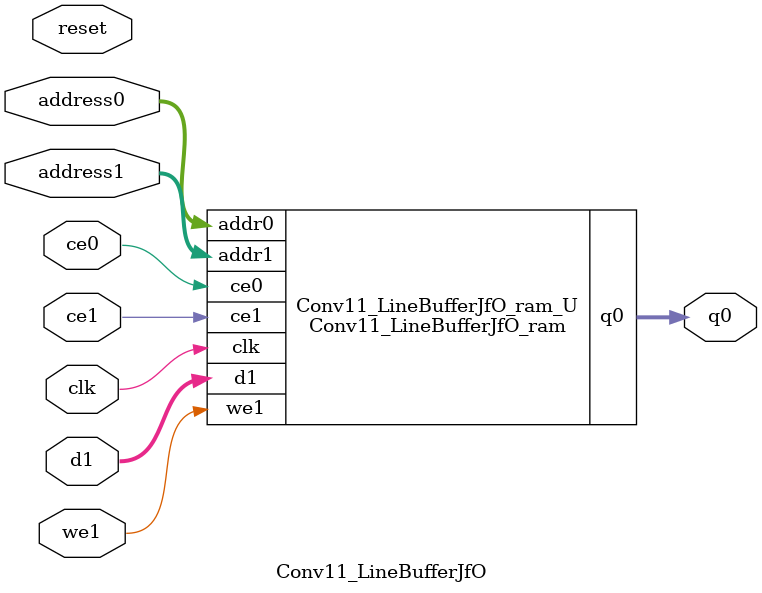
<source format=v>

`timescale 1 ns / 1 ps
module Conv11_LineBufferJfO_ram (addr0, ce0, q0, addr1, ce1, d1, we1,  clk);

parameter DWIDTH = 32;
parameter AWIDTH = 3;
parameter MEM_SIZE = 8;

input[AWIDTH-1:0] addr0;
input ce0;
output reg[DWIDTH-1:0] q0;
input[AWIDTH-1:0] addr1;
input ce1;
input[DWIDTH-1:0] d1;
input we1;
input clk;

(* ram_style = "distributed" *)reg [DWIDTH-1:0] ram[0:MEM_SIZE-1];




always @(posedge clk)  
begin 
    if (ce0) 
    begin
            q0 <= ram[addr0];
    end
end


always @(posedge clk)  
begin 
    if (ce1) 
    begin
        if (we1) 
        begin 
            ram[addr1] <= d1; 
        end 
    end
end


endmodule


`timescale 1 ns / 1 ps
module Conv11_LineBufferJfO(
    reset,
    clk,
    address0,
    ce0,
    q0,
    address1,
    ce1,
    we1,
    d1);

parameter DataWidth = 32'd32;
parameter AddressRange = 32'd8;
parameter AddressWidth = 32'd3;
input reset;
input clk;
input[AddressWidth - 1:0] address0;
input ce0;
output[DataWidth - 1:0] q0;
input[AddressWidth - 1:0] address1;
input ce1;
input we1;
input[DataWidth - 1:0] d1;



Conv11_LineBufferJfO_ram Conv11_LineBufferJfO_ram_U(
    .clk( clk ),
    .addr0( address0 ),
    .ce0( ce0 ),
    .q0( q0 ),
    .addr1( address1 ),
    .ce1( ce1 ),
    .we1( we1 ),
    .d1( d1 ));

endmodule


</source>
